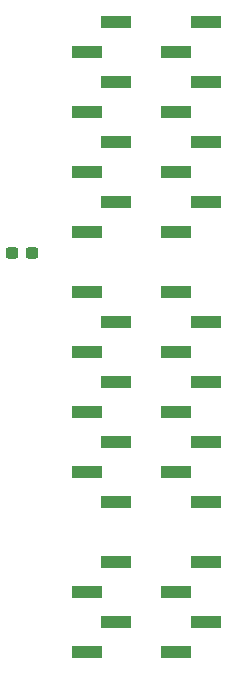
<source format=gbr>
%TF.GenerationSoftware,KiCad,Pcbnew,8.0.4+dfsg-1*%
%TF.CreationDate,2025-03-02T17:55:38+09:00*%
%TF.ProjectId,bionic-mc68hc08az0,62696f6e-6963-42d6-9d63-363868633038,1*%
%TF.SameCoordinates,Original*%
%TF.FileFunction,Paste,Bot*%
%TF.FilePolarity,Positive*%
%FSLAX46Y46*%
G04 Gerber Fmt 4.6, Leading zero omitted, Abs format (unit mm)*
G04 Created by KiCad (PCBNEW 8.0.4+dfsg-1) date 2025-03-02 17:55:38*
%MOMM*%
%LPD*%
G01*
G04 APERTURE LIST*
G04 Aperture macros list*
%AMRoundRect*
0 Rectangle with rounded corners*
0 $1 Rounding radius*
0 $2 $3 $4 $5 $6 $7 $8 $9 X,Y pos of 4 corners*
0 Add a 4 corners polygon primitive as box body*
4,1,4,$2,$3,$4,$5,$6,$7,$8,$9,$2,$3,0*
0 Add four circle primitives for the rounded corners*
1,1,$1+$1,$2,$3*
1,1,$1+$1,$4,$5*
1,1,$1+$1,$6,$7*
1,1,$1+$1,$8,$9*
0 Add four rect primitives between the rounded corners*
20,1,$1+$1,$2,$3,$4,$5,0*
20,1,$1+$1,$4,$5,$6,$7,0*
20,1,$1+$1,$6,$7,$8,$9,0*
20,1,$1+$1,$8,$9,$2,$3,0*%
G04 Aperture macros list end*
%ADD10R,2.510000X1.000000*%
%ADD11RoundRect,0.237500X0.300000X0.237500X-0.300000X0.237500X-0.300000X-0.237500X0.300000X-0.237500X0*%
G04 APERTURE END LIST*
D10*
%TO.C,J2*%
X91444600Y-137160000D03*
X93933800Y-134620000D03*
X91444600Y-132080000D03*
X93933800Y-129540000D03*
X93933800Y-124460000D03*
X91444600Y-121920000D03*
X93933800Y-119380000D03*
X91444600Y-116840000D03*
X93933800Y-114300000D03*
X91444600Y-111760000D03*
X93933800Y-109220000D03*
X91444600Y-106680000D03*
X91444600Y-101600000D03*
X93933800Y-99060000D03*
X91444600Y-96520000D03*
X93933800Y-93980000D03*
X91444600Y-91440000D03*
X93933800Y-88900000D03*
X91444600Y-86360000D03*
X93933800Y-83820000D03*
%TD*%
D11*
%TO.C,C3*%
X79222600Y-103403400D03*
X77497600Y-103403400D03*
%TD*%
D10*
%TO.C,J1*%
X86355400Y-83820000D03*
X83866200Y-86360000D03*
X86355400Y-88900000D03*
X83866200Y-91440000D03*
X86355400Y-93980000D03*
X83866200Y-96520000D03*
X86355400Y-99060000D03*
X83866200Y-101600000D03*
X83866200Y-106680000D03*
X86355400Y-109220000D03*
X83866200Y-111760000D03*
X86355400Y-114300000D03*
X83866200Y-116840000D03*
X86355400Y-119380000D03*
X83866200Y-121920000D03*
X86355400Y-124460000D03*
X86355400Y-129540000D03*
X83866200Y-132080000D03*
X86355400Y-134620000D03*
X83866200Y-137160000D03*
%TD*%
M02*

</source>
